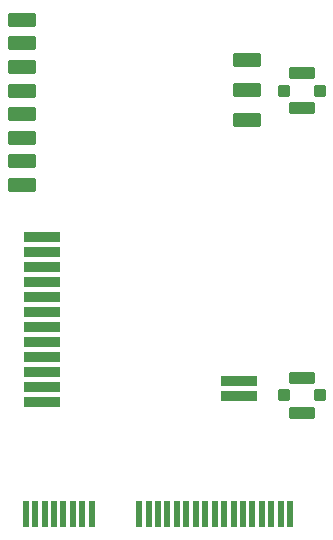
<source format=gbr>
%TF.GenerationSoftware,KiCad,Pcbnew,9.0.3*%
%TF.CreationDate,2025-08-29T17:45:50+02:00*%
%TF.ProjectId,RadioHAT_Card_Dorji,52616469-6f48-4415-945f-436172645f44,rev?*%
%TF.SameCoordinates,Original*%
%TF.FileFunction,Paste,Bot*%
%TF.FilePolarity,Positive*%
%FSLAX46Y46*%
G04 Gerber Fmt 4.6, Leading zero omitted, Abs format (unit mm)*
G04 Created by KiCad (PCBNEW 9.0.3) date 2025-08-29 17:45:50*
%MOMM*%
%LPD*%
G01*
G04 APERTURE LIST*
G04 Aperture macros list*
%AMRoundRect*
0 Rectangle with rounded corners*
0 $1 Rounding radius*
0 $2 $3 $4 $5 $6 $7 $8 $9 X,Y pos of 4 corners*
0 Add a 4 corners polygon primitive as box body*
4,1,4,$2,$3,$4,$5,$6,$7,$8,$9,$2,$3,0*
0 Add four circle primitives for the rounded corners*
1,1,$1+$1,$2,$3*
1,1,$1+$1,$4,$5*
1,1,$1+$1,$6,$7*
1,1,$1+$1,$8,$9*
0 Add four rect primitives between the rounded corners*
20,1,$1+$1,$2,$3,$4,$5,0*
20,1,$1+$1,$4,$5,$6,$7,0*
20,1,$1+$1,$6,$7,$8,$9,0*
20,1,$1+$1,$8,$9,$2,$3,0*%
G04 Aperture macros list end*
%ADD10R,0.600000X2.300000*%
%ADD11RoundRect,0.045000X-1.455000X-0.405000X1.455000X-0.405000X1.455000X0.405000X-1.455000X0.405000X0*%
%ADD12RoundRect,0.060000X-1.140000X-0.540000X1.140000X-0.540000X1.140000X0.540000X-1.140000X0.540000X0*%
%ADD13RoundRect,0.100000X-0.400000X0.400000X-0.400000X-0.400000X0.400000X-0.400000X0.400000X0.400000X0*%
%ADD14RoundRect,0.105000X-0.995000X0.420000X-0.995000X-0.420000X0.995000X-0.420000X0.995000X0.420000X0*%
G04 APERTURE END LIST*
D10*
%TO.C,J1*%
X121400000Y-118600000D03*
X122200000Y-118600000D03*
X123000000Y-118600000D03*
X123800000Y-118600000D03*
X124600000Y-118600000D03*
X125400000Y-118600000D03*
X126200000Y-118600000D03*
X127000000Y-118600000D03*
X131000000Y-118600000D03*
X131800000Y-118600000D03*
X132600000Y-118600000D03*
X133400000Y-118600000D03*
X134200000Y-118600000D03*
X135000000Y-118600000D03*
X135800000Y-118600000D03*
X136600000Y-118600000D03*
X137400000Y-118600000D03*
X138200000Y-118600000D03*
X139000000Y-118600000D03*
X139800000Y-118600000D03*
X140600000Y-118600000D03*
X141400000Y-118600000D03*
X142200000Y-118600000D03*
X143000000Y-118600000D03*
X143800000Y-118600000D03*
%TD*%
D11*
%TO.C,U4*%
X122750000Y-109190000D03*
X122750000Y-107920000D03*
X122750000Y-106650000D03*
X122750000Y-105380000D03*
X122750000Y-104110000D03*
X122750000Y-102840000D03*
X122750000Y-101570000D03*
X122750000Y-100300000D03*
X122750000Y-99030000D03*
X122750000Y-97760000D03*
X122750000Y-96490000D03*
X122750000Y-95220000D03*
X139500000Y-108630000D03*
X139500000Y-107360000D03*
%TD*%
D12*
%TO.C,U3*%
X121100000Y-90787500D03*
X121100000Y-88787500D03*
X121100000Y-86787500D03*
X121100000Y-84787500D03*
X121100000Y-82787500D03*
X121100000Y-80787500D03*
X121100000Y-78787500D03*
X121100000Y-76787500D03*
X140100000Y-80207500D03*
X140100000Y-82747500D03*
X140100000Y-85287500D03*
%TD*%
D13*
%TO.C,J5*%
X143300000Y-82787500D03*
D14*
X144800000Y-84262500D03*
D13*
X146300000Y-82787500D03*
D14*
X144800000Y-81312500D03*
%TD*%
D13*
%TO.C,J6*%
X143300000Y-108600000D03*
D14*
X144800000Y-110075000D03*
D13*
X146300000Y-108600000D03*
D14*
X144800000Y-107125000D03*
%TD*%
M02*

</source>
